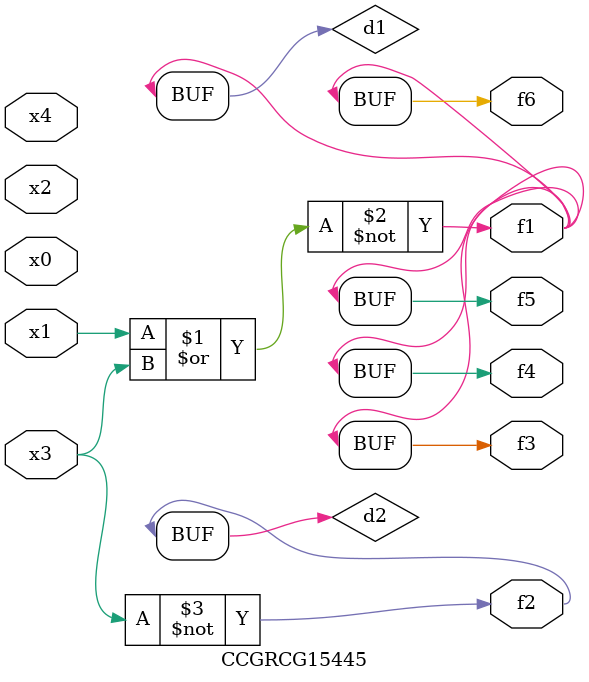
<source format=v>
module CCGRCG15445(
	input x0, x1, x2, x3, x4,
	output f1, f2, f3, f4, f5, f6
);

	wire d1, d2;

	nor (d1, x1, x3);
	not (d2, x3);
	assign f1 = d1;
	assign f2 = d2;
	assign f3 = d1;
	assign f4 = d1;
	assign f5 = d1;
	assign f6 = d1;
endmodule

</source>
